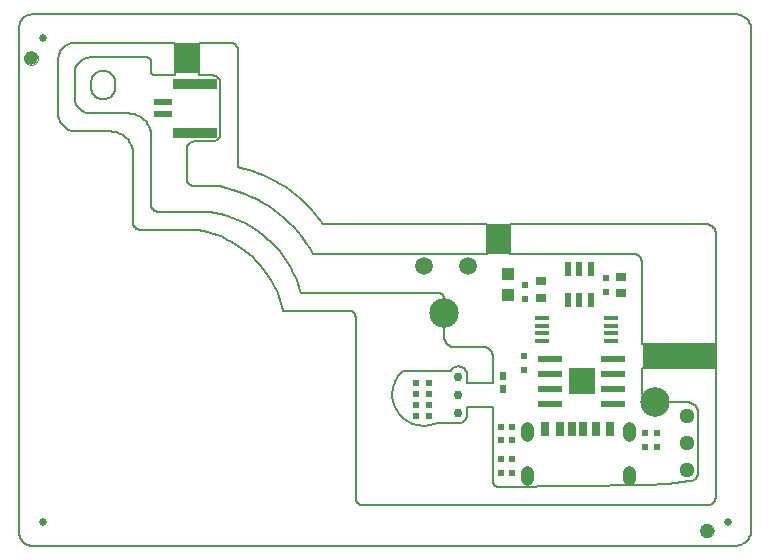
<source format=gts>
G75*
G70*
%OFA0B0*%
%FSLAX24Y24*%
%IPPOS*%
%LPD*%
%AMOC8*
5,1,8,0,0,1.08239X$1,22.5*
%
%ADD10C,0.0050*%
%ADD11R,0.0787X0.1041*%
%ADD12R,0.2450X0.0800*%
%ADD13R,0.0800X0.0985*%
%ADD14R,0.0433X0.0394*%
%ADD15R,0.0354X0.0250*%
%ADD16R,0.0197X0.0220*%
%ADD17R,0.0810X0.0240*%
%ADD18R,0.0900X0.0900*%
%ADD19R,0.0217X0.0472*%
%ADD20R,0.0472X0.0138*%
%ADD21R,0.0315X0.0472*%
%ADD22R,0.0250X0.0472*%
%ADD23C,0.0004*%
%ADD24C,0.0433*%
%ADD25R,0.0220X0.0197*%
%ADD26C,0.0300*%
%ADD27R,0.0600X0.0236*%
%ADD28R,0.1450X0.0350*%
%ADD29C,0.0250*%
%ADD30R,0.0197X0.0250*%
%ADD31C,0.0512*%
%ADD32C,0.0984*%
%ADD33C,0.0591*%
%ADD34C,0.0000*%
%ADD35C,0.0454*%
D10*
X000929Y000534D02*
X024328Y000534D01*
X024327Y000533D02*
X024374Y000530D01*
X024420Y000531D01*
X024466Y000536D01*
X024512Y000544D01*
X024556Y000557D01*
X024600Y000573D01*
X024642Y000592D01*
X024682Y000615D01*
X024720Y000641D01*
X024756Y000671D01*
X024790Y000703D01*
X024821Y000737D01*
X024848Y000775D01*
X024873Y000814D01*
X024894Y000855D01*
X024912Y000898D01*
X024926Y000942D01*
X024936Y000987D01*
X024943Y001033D01*
X024943Y001034D02*
X024943Y017752D01*
X024943Y017753D02*
X024936Y017798D01*
X024926Y017844D01*
X024911Y017888D01*
X024894Y017930D01*
X024872Y017971D01*
X024848Y018011D01*
X024820Y018048D01*
X024789Y018082D01*
X024756Y018114D01*
X024720Y018143D01*
X024682Y018170D01*
X024641Y018192D01*
X024599Y018212D01*
X024556Y018228D01*
X024511Y018240D01*
X024466Y018248D01*
X024420Y018253D01*
X024374Y018254D01*
X024327Y018251D01*
X024328Y018250D02*
X000929Y018250D01*
X000930Y018250D02*
X000889Y018243D01*
X000849Y018233D01*
X000809Y018219D01*
X000772Y018201D01*
X000736Y018180D01*
X000702Y018156D01*
X000671Y018129D01*
X000642Y018099D01*
X000616Y018066D01*
X000593Y018032D01*
X000574Y017995D01*
X000558Y017956D01*
X000546Y017917D01*
X000537Y017876D01*
X000532Y017835D01*
X000531Y017793D01*
X000534Y017752D01*
X000534Y001034D01*
X000531Y000993D01*
X000532Y000951D01*
X000537Y000910D01*
X000545Y000869D01*
X000558Y000829D01*
X000574Y000791D01*
X000593Y000754D01*
X000616Y000719D01*
X000642Y000686D01*
X000670Y000656D01*
X000702Y000629D01*
X000736Y000604D01*
X000772Y000583D01*
X000809Y000565D01*
X000848Y000551D01*
X000889Y000541D01*
X000930Y000534D01*
X009337Y008375D02*
X009294Y008543D01*
X009242Y008708D01*
X009183Y008870D01*
X009115Y009030D01*
X009040Y009186D01*
X008957Y009338D01*
X008867Y009486D01*
X008770Y009629D01*
X008666Y009767D01*
X008556Y009900D01*
X008439Y010028D01*
X008316Y010150D01*
X008187Y010266D01*
X008053Y010375D01*
X007913Y010477D01*
X007769Y010573D01*
X007620Y010662D01*
X007467Y010743D01*
X007311Y010816D01*
X007151Y010882D01*
X006987Y010940D01*
X006822Y010990D01*
X006654Y011032D01*
X006484Y011066D01*
X006484Y011065D02*
X004578Y011065D01*
X004548Y011067D01*
X004518Y011072D01*
X004489Y011081D01*
X004462Y011094D01*
X004436Y011109D01*
X004412Y011128D01*
X004391Y011149D01*
X004372Y011173D01*
X004357Y011199D01*
X004344Y011226D01*
X004335Y011255D01*
X004330Y011285D01*
X004328Y011315D01*
X004328Y013595D01*
X004326Y013649D01*
X004320Y013702D01*
X004311Y013754D01*
X004298Y013806D01*
X004281Y013857D01*
X004260Y013907D01*
X004236Y013954D01*
X004209Y014000D01*
X004178Y014044D01*
X004145Y014086D01*
X004108Y014125D01*
X004069Y014162D01*
X004027Y014195D01*
X003983Y014226D01*
X003937Y014253D01*
X003890Y014277D01*
X003840Y014298D01*
X003789Y014315D01*
X003737Y014328D01*
X003685Y014337D01*
X003632Y014343D01*
X003578Y014345D01*
X002387Y014345D01*
X002341Y014350D01*
X002296Y014359D01*
X002251Y014371D01*
X002207Y014386D01*
X002165Y014405D01*
X002124Y014428D01*
X002085Y014453D01*
X002048Y014481D01*
X002014Y014512D01*
X001982Y014546D01*
X001953Y014582D01*
X001927Y014621D01*
X001903Y014661D01*
X001884Y014703D01*
X001867Y014746D01*
X001854Y014791D01*
X001844Y014836D01*
X001838Y014882D01*
X001836Y014928D01*
X001837Y014975D01*
X001837Y016756D01*
X001839Y016801D01*
X001845Y016847D01*
X001854Y016891D01*
X001867Y016935D01*
X001883Y016977D01*
X001903Y017018D01*
X001927Y017057D01*
X001953Y017094D01*
X001982Y017129D01*
X002014Y017161D01*
X002049Y017190D01*
X002086Y017216D01*
X002125Y017240D01*
X002166Y017260D01*
X002208Y017276D01*
X002252Y017289D01*
X002296Y017298D01*
X002342Y017304D01*
X002387Y017306D01*
X005733Y017306D01*
X005733Y016215D01*
X005078Y016215D01*
X005055Y016217D01*
X005032Y016222D01*
X005010Y016231D01*
X004990Y016244D01*
X004972Y016259D01*
X004957Y016277D01*
X004944Y016297D01*
X004935Y016319D01*
X004930Y016342D01*
X004928Y016365D01*
X004928Y016665D01*
X004926Y016688D01*
X004921Y016711D01*
X004912Y016733D01*
X004899Y016753D01*
X004884Y016771D01*
X004866Y016786D01*
X004846Y016799D01*
X004824Y016808D01*
X004801Y016813D01*
X004778Y016815D01*
X002928Y016815D01*
X002883Y016813D01*
X002837Y016807D01*
X002793Y016798D01*
X002749Y016785D01*
X002707Y016769D01*
X002666Y016749D01*
X002627Y016725D01*
X002590Y016699D01*
X002555Y016670D01*
X002523Y016638D01*
X002494Y016603D01*
X002468Y016566D01*
X002444Y016527D01*
X002424Y016486D01*
X002408Y016444D01*
X002395Y016400D01*
X002386Y016356D01*
X002380Y016310D01*
X002378Y016265D01*
X002378Y015495D01*
X002380Y015450D01*
X002386Y015404D01*
X002395Y015360D01*
X002408Y015316D01*
X002424Y015274D01*
X002444Y015233D01*
X002468Y015194D01*
X002494Y015157D01*
X002523Y015122D01*
X002555Y015090D01*
X002590Y015061D01*
X002627Y015035D01*
X002666Y015011D01*
X002707Y014991D01*
X002749Y014975D01*
X002793Y014962D01*
X002837Y014953D01*
X002883Y014947D01*
X002928Y014945D01*
X004178Y014945D01*
X004232Y014943D01*
X004285Y014937D01*
X004337Y014928D01*
X004389Y014915D01*
X004440Y014898D01*
X004490Y014877D01*
X004537Y014853D01*
X004583Y014826D01*
X004627Y014795D01*
X004669Y014762D01*
X004708Y014725D01*
X004745Y014686D01*
X004778Y014644D01*
X004809Y014600D01*
X004836Y014554D01*
X004860Y014507D01*
X004881Y014457D01*
X004898Y014406D01*
X004911Y014354D01*
X004920Y014302D01*
X004926Y014249D01*
X004928Y014195D01*
X004928Y011915D01*
X004930Y011885D01*
X004935Y011855D01*
X004944Y011826D01*
X004957Y011799D01*
X004972Y011773D01*
X004991Y011749D01*
X005012Y011728D01*
X005036Y011709D01*
X005062Y011694D01*
X005089Y011681D01*
X005118Y011672D01*
X005148Y011667D01*
X005178Y011665D01*
X006878Y011665D01*
X007228Y012515D02*
X006378Y012515D01*
X006348Y012517D01*
X006318Y012522D01*
X006289Y012531D01*
X006262Y012544D01*
X006236Y012559D01*
X006212Y012578D01*
X006191Y012599D01*
X006172Y012623D01*
X006157Y012649D01*
X006144Y012676D01*
X006135Y012705D01*
X006130Y012735D01*
X006128Y012765D01*
X006128Y013765D01*
X006130Y013795D01*
X006135Y013825D01*
X006144Y013854D01*
X006157Y013881D01*
X006172Y013907D01*
X006191Y013931D01*
X006212Y013952D01*
X006236Y013971D01*
X006262Y013986D01*
X006289Y013999D01*
X006318Y014008D01*
X006348Y014013D01*
X006378Y014015D01*
X006978Y014015D01*
X007008Y014017D01*
X007038Y014022D01*
X007067Y014031D01*
X007094Y014044D01*
X007120Y014059D01*
X007144Y014078D01*
X007165Y014099D01*
X007184Y014123D01*
X007199Y014149D01*
X007212Y014176D01*
X007221Y014205D01*
X007226Y014235D01*
X007228Y014265D01*
X007228Y014604D01*
X007228Y014614D02*
X007228Y015648D01*
X007228Y015628D02*
X007228Y015965D01*
X007226Y015995D01*
X007221Y016025D01*
X007212Y016054D01*
X007199Y016081D01*
X007184Y016107D01*
X007165Y016131D01*
X007144Y016152D01*
X007120Y016171D01*
X007094Y016186D01*
X007067Y016199D01*
X007038Y016208D01*
X007008Y016213D01*
X006978Y016215D01*
X006521Y016215D01*
X006521Y017306D01*
X007568Y017306D01*
X007569Y017306D02*
X007599Y017304D01*
X007628Y017299D01*
X007657Y017291D01*
X007684Y017279D01*
X007710Y017263D01*
X007734Y017245D01*
X007755Y017224D01*
X007774Y017201D01*
X007790Y017175D01*
X007802Y017148D01*
X007811Y017119D01*
X007817Y017090D01*
X007819Y017060D01*
X007818Y017060D02*
X007818Y013156D01*
X010657Y011256D02*
X016120Y011256D01*
X016120Y010259D01*
X010328Y010259D01*
X009928Y008965D02*
X014478Y008965D01*
X014506Y008964D01*
X014533Y008960D01*
X014560Y008953D01*
X014585Y008942D01*
X014609Y008928D01*
X014630Y008911D01*
X014650Y008891D01*
X014666Y008869D01*
X014680Y008845D01*
X014690Y008819D01*
X014697Y008792D01*
X014700Y008765D01*
X014699Y008765D02*
X014699Y007521D01*
X014698Y007485D01*
X014701Y007450D01*
X014708Y007415D01*
X014718Y007381D01*
X014732Y007348D01*
X014749Y007316D01*
X014770Y007287D01*
X014793Y007260D01*
X014819Y007236D01*
X014847Y007214D01*
X014878Y007195D01*
X014910Y007180D01*
X014944Y007169D01*
X014979Y007160D01*
X015014Y007156D01*
X016009Y007156D01*
X016010Y007156D02*
X016042Y007155D01*
X016074Y007152D01*
X016106Y007144D01*
X016137Y007133D01*
X016166Y007119D01*
X016193Y007101D01*
X016219Y007081D01*
X016242Y007058D01*
X016262Y007032D01*
X016279Y007005D01*
X016293Y006975D01*
X016303Y006944D01*
X016310Y006913D01*
X016314Y006880D01*
X016314Y006881D02*
X016314Y005956D01*
X015468Y005956D01*
X015468Y006220D01*
X015466Y006253D01*
X015460Y006286D01*
X015450Y006318D01*
X015437Y006349D01*
X015421Y006378D01*
X015401Y006406D01*
X015378Y006430D01*
X015353Y006452D01*
X015325Y006471D01*
X015296Y006487D01*
X015264Y006499D01*
X015232Y006508D01*
X015199Y006513D01*
X015165Y006514D01*
X015132Y006511D01*
X015099Y006505D01*
X015067Y006495D01*
X015036Y006481D01*
X015007Y006464D01*
X014980Y006444D01*
X014956Y006421D01*
X014935Y006395D01*
X014916Y006367D01*
X014917Y006367D02*
X013342Y006367D01*
X013341Y006367D02*
X013294Y006325D01*
X013249Y006280D01*
X013208Y006232D01*
X013169Y006182D01*
X013133Y006129D01*
X013101Y006075D01*
X013072Y006018D01*
X013046Y005960D01*
X013024Y005901D01*
X013006Y005840D01*
X012991Y005778D01*
X012981Y005715D01*
X012974Y005652D01*
X012971Y005589D01*
X012972Y005525D01*
X012977Y005462D01*
X012986Y005399D01*
X012998Y005337D01*
X013015Y005276D01*
X013035Y005216D01*
X013058Y005157D01*
X013086Y005099D01*
X013116Y005044D01*
X013150Y004990D01*
X013188Y004939D01*
X013228Y004890D01*
X013271Y004844D01*
X013317Y004800D01*
X013366Y004759D01*
X013417Y004721D01*
X013470Y004687D01*
X013526Y004656D01*
X013583Y004628D01*
X013641Y004604D01*
X013701Y004583D01*
X013763Y004566D01*
X013825Y004553D01*
X013887Y004544D01*
X013951Y004539D01*
X014014Y004537D01*
X014078Y004539D01*
X014141Y004546D01*
X014203Y004556D01*
X014265Y004570D01*
X014326Y004587D01*
X014386Y004609D01*
X014444Y004634D01*
X015153Y004634D01*
X015186Y004633D01*
X015218Y004636D01*
X015250Y004642D01*
X015281Y004652D01*
X015311Y004665D01*
X015339Y004682D01*
X015365Y004701D01*
X015389Y004724D01*
X015410Y004749D01*
X015428Y004776D01*
X015443Y004805D01*
X015455Y004835D01*
X015463Y004867D01*
X015468Y004899D01*
X015468Y005167D01*
X016314Y005167D01*
X016314Y002729D01*
X016316Y002699D01*
X016321Y002669D01*
X016330Y002640D01*
X016343Y002613D01*
X016358Y002587D01*
X016377Y002563D01*
X016398Y002542D01*
X016422Y002523D01*
X016448Y002508D01*
X016475Y002495D01*
X016504Y002486D01*
X016534Y002481D01*
X016564Y002479D01*
X021424Y002565D01*
X022873Y002683D02*
X022906Y002685D01*
X022938Y002690D01*
X022970Y002699D01*
X023001Y002712D01*
X023029Y002728D01*
X023056Y002747D01*
X023081Y002769D01*
X023103Y002794D01*
X023122Y002821D01*
X023138Y002849D01*
X023151Y002880D01*
X023160Y002912D01*
X023165Y002944D01*
X023167Y002977D01*
X023167Y004915D01*
X023167Y004916D02*
X023168Y004952D01*
X023166Y004988D01*
X023160Y005024D01*
X023150Y005059D01*
X023137Y005094D01*
X023121Y005126D01*
X023102Y005157D01*
X023080Y005186D01*
X023055Y005213D01*
X023028Y005237D01*
X022998Y005258D01*
X022967Y005276D01*
X022933Y005291D01*
X022899Y005303D01*
X022863Y005311D01*
X022827Y005316D01*
X022828Y005315D02*
X021728Y005315D01*
X021689Y005314D01*
X021649Y005317D01*
X021611Y005324D01*
X021573Y005334D01*
X021536Y005348D01*
X021500Y005365D01*
X021467Y005386D01*
X021435Y005409D01*
X021406Y005435D01*
X021379Y005464D01*
X021355Y005495D01*
X021333Y005528D01*
X021315Y005563D01*
X021301Y005600D01*
X021290Y005637D01*
X021282Y005676D01*
X021278Y005715D01*
X021278Y006464D01*
X023758Y006464D01*
X023758Y002186D01*
X023756Y002153D01*
X023751Y002120D01*
X023742Y002088D01*
X023730Y002058D01*
X023714Y002028D01*
X023695Y002001D01*
X023673Y001976D01*
X023648Y001954D01*
X023621Y001935D01*
X023592Y001918D01*
X023562Y001905D01*
X023530Y001896D01*
X023497Y001890D01*
X023464Y001888D01*
X011983Y001888D01*
X011984Y001888D02*
X011954Y001891D01*
X011925Y001897D01*
X011897Y001907D01*
X011871Y001920D01*
X011846Y001936D01*
X011823Y001955D01*
X011803Y001977D01*
X011786Y002001D01*
X011771Y002027D01*
X011760Y002054D01*
X011752Y002083D01*
X011748Y002112D01*
X011747Y002141D01*
X011747Y002142D02*
X011747Y008175D01*
X011744Y008202D01*
X011737Y008229D01*
X011727Y008255D01*
X011713Y008279D01*
X011697Y008301D01*
X011677Y008321D01*
X011656Y008338D01*
X011632Y008352D01*
X011607Y008363D01*
X011580Y008370D01*
X011553Y008374D01*
X011525Y008375D01*
X009337Y008375D01*
X010657Y011256D02*
X010530Y011434D01*
X010394Y011605D01*
X010250Y011770D01*
X010099Y011928D01*
X009940Y012078D01*
X009774Y012221D01*
X009601Y012356D01*
X009422Y012482D01*
X009238Y012599D01*
X009047Y012707D01*
X008852Y012806D01*
X008653Y012896D01*
X008449Y012976D01*
X008242Y013046D01*
X008031Y013106D01*
X007818Y013156D01*
X003728Y015815D02*
X003728Y015965D01*
X003726Y016004D01*
X003720Y016043D01*
X003711Y016081D01*
X003698Y016118D01*
X003681Y016154D01*
X003661Y016187D01*
X003637Y016219D01*
X003611Y016248D01*
X003582Y016274D01*
X003550Y016298D01*
X003517Y016318D01*
X003481Y016335D01*
X003444Y016348D01*
X003406Y016357D01*
X003367Y016363D01*
X003328Y016365D01*
X003289Y016363D01*
X003250Y016357D01*
X003212Y016348D01*
X003175Y016335D01*
X003139Y016318D01*
X003106Y016298D01*
X003074Y016274D01*
X003045Y016248D01*
X003019Y016219D01*
X002995Y016187D01*
X002975Y016154D01*
X002958Y016118D01*
X002945Y016081D01*
X002936Y016043D01*
X002930Y016004D01*
X002928Y015965D01*
X002928Y015815D01*
X002930Y015776D01*
X002936Y015737D01*
X002945Y015699D01*
X002958Y015662D01*
X002975Y015626D01*
X002995Y015593D01*
X003019Y015561D01*
X003045Y015532D01*
X003074Y015506D01*
X003106Y015482D01*
X003139Y015462D01*
X003175Y015445D01*
X003212Y015432D01*
X003250Y015423D01*
X003289Y015417D01*
X003328Y015415D01*
X003367Y015417D01*
X003406Y015423D01*
X003444Y015432D01*
X003481Y015445D01*
X003517Y015462D01*
X003550Y015482D01*
X003582Y015506D01*
X003611Y015532D01*
X003637Y015561D01*
X003661Y015593D01*
X003681Y015626D01*
X003698Y015662D01*
X003711Y015699D01*
X003720Y015737D01*
X003726Y015776D01*
X003728Y015815D01*
X007228Y012515D02*
X007443Y012468D01*
X007655Y012410D01*
X007864Y012342D01*
X008070Y012264D01*
X008271Y012176D01*
X008469Y012079D01*
X008661Y011972D01*
X008847Y011856D01*
X009028Y011730D01*
X009203Y011597D01*
X009371Y011455D01*
X009532Y011305D01*
X009685Y011147D01*
X009831Y010983D01*
X009968Y010811D01*
X010097Y010633D01*
X010217Y010449D01*
X010328Y010259D01*
X009928Y008965D02*
X009877Y009137D01*
X009818Y009307D01*
X009751Y009474D01*
X009675Y009637D01*
X009592Y009797D01*
X009501Y009952D01*
X009403Y010102D01*
X009298Y010248D01*
X009185Y010388D01*
X009066Y010523D01*
X008941Y010652D01*
X008809Y010774D01*
X008671Y010890D01*
X008528Y010999D01*
X008380Y011101D01*
X008227Y011195D01*
X008070Y011282D01*
X007909Y011362D01*
X007744Y011433D01*
X007576Y011496D01*
X007404Y011551D01*
X007231Y011598D01*
X007055Y011636D01*
X006878Y011665D01*
X016908Y011256D02*
X016908Y010259D01*
X021028Y010259D01*
X021058Y010258D01*
X021087Y010253D01*
X021116Y010244D01*
X021143Y010232D01*
X021169Y010217D01*
X021192Y010199D01*
X021214Y010178D01*
X021232Y010155D01*
X021248Y010130D01*
X021261Y010103D01*
X021270Y010074D01*
X021276Y010045D01*
X021278Y010015D01*
X021278Y007252D01*
X023758Y007252D01*
X023758Y010915D01*
X023757Y010916D02*
X023756Y010951D01*
X023751Y010985D01*
X023742Y011019D01*
X023730Y011052D01*
X023715Y011084D01*
X023696Y011114D01*
X023674Y011141D01*
X023650Y011166D01*
X023623Y011189D01*
X023594Y011208D01*
X023563Y011225D01*
X023531Y011238D01*
X023497Y011248D01*
X023462Y011254D01*
X023427Y011256D01*
X023428Y011256D02*
X016908Y011256D01*
X021424Y002565D02*
X022150Y002608D01*
X022873Y002683D01*
D11*
X006127Y016785D03*
D12*
X022559Y006856D03*
D13*
X016514Y010756D03*
D14*
X016839Y009588D03*
X016839Y008879D03*
D15*
X017939Y008810D03*
X017939Y009357D03*
X020610Y009507D03*
X020610Y008960D03*
D16*
X020093Y009010D03*
X020093Y009457D03*
X017409Y009217D03*
X017409Y008770D03*
X017360Y006852D03*
X017360Y006405D03*
X016960Y004508D03*
X016600Y004508D03*
X016600Y004061D03*
X016960Y004061D03*
X016960Y003415D03*
X016600Y003415D03*
X016600Y002968D03*
X016960Y002968D03*
X021410Y003842D03*
X021796Y003842D03*
X021796Y004289D03*
X021410Y004289D03*
D17*
X020340Y005262D03*
X020340Y005762D03*
X020340Y006262D03*
X020340Y006762D03*
X018220Y006762D03*
X018220Y006262D03*
X018220Y005762D03*
X018220Y005262D03*
D18*
X019280Y006012D03*
D19*
X019210Y008722D03*
X019584Y008722D03*
X018836Y008722D03*
X018836Y009746D03*
X019210Y009746D03*
X019584Y009746D03*
D20*
X020262Y008133D03*
X020262Y007877D03*
X020262Y007621D03*
X020262Y007365D03*
X017959Y007365D03*
X017959Y007621D03*
X017959Y007877D03*
X017959Y008133D03*
D21*
X018064Y004411D03*
X018548Y004411D03*
X019745Y004411D03*
X020229Y004411D03*
D22*
X019343Y004411D03*
X018950Y004411D03*
D23*
X017554Y004483D02*
X017554Y004238D01*
X017552Y004218D01*
X017547Y004199D01*
X017538Y004181D01*
X017526Y004165D01*
X017511Y004152D01*
X017494Y004141D01*
X017476Y004134D01*
X017456Y004130D01*
X017436Y004130D01*
X017416Y004134D01*
X017398Y004141D01*
X017381Y004152D01*
X017366Y004165D01*
X017354Y004181D01*
X017345Y004199D01*
X017340Y004218D01*
X017338Y004238D01*
X017338Y004483D01*
X017340Y004503D01*
X017345Y004522D01*
X017354Y004540D01*
X017366Y004556D01*
X017381Y004569D01*
X017398Y004580D01*
X017416Y004587D01*
X017436Y004591D01*
X017456Y004591D01*
X017476Y004587D01*
X017494Y004580D01*
X017511Y004569D01*
X017526Y004556D01*
X017538Y004540D01*
X017547Y004522D01*
X017552Y004503D01*
X017554Y004483D01*
X017554Y002986D02*
X017554Y002742D01*
X017552Y002722D01*
X017547Y002703D01*
X017538Y002685D01*
X017526Y002669D01*
X017511Y002656D01*
X017494Y002645D01*
X017476Y002638D01*
X017456Y002634D01*
X017436Y002634D01*
X017416Y002638D01*
X017398Y002645D01*
X017381Y002656D01*
X017366Y002669D01*
X017354Y002685D01*
X017345Y002703D01*
X017340Y002722D01*
X017338Y002742D01*
X017338Y002986D01*
X017340Y003006D01*
X017345Y003025D01*
X017354Y003043D01*
X017366Y003059D01*
X017381Y003072D01*
X017398Y003083D01*
X017416Y003090D01*
X017436Y003094D01*
X017456Y003094D01*
X017476Y003090D01*
X017494Y003083D01*
X017511Y003072D01*
X017526Y003059D01*
X017538Y003043D01*
X017547Y003025D01*
X017552Y003006D01*
X017554Y002986D01*
X020739Y002986D02*
X020739Y002742D01*
X020741Y002722D01*
X020746Y002703D01*
X020755Y002685D01*
X020767Y002669D01*
X020782Y002656D01*
X020799Y002645D01*
X020817Y002638D01*
X020837Y002634D01*
X020857Y002634D01*
X020877Y002638D01*
X020895Y002645D01*
X020912Y002656D01*
X020927Y002669D01*
X020939Y002685D01*
X020948Y002703D01*
X020953Y002722D01*
X020955Y002742D01*
X020956Y002742D02*
X020956Y002986D01*
X020955Y002986D02*
X020953Y003006D01*
X020948Y003025D01*
X020939Y003043D01*
X020927Y003059D01*
X020912Y003072D01*
X020895Y003083D01*
X020877Y003090D01*
X020857Y003094D01*
X020837Y003094D01*
X020817Y003090D01*
X020799Y003083D01*
X020782Y003072D01*
X020767Y003059D01*
X020755Y003043D01*
X020746Y003025D01*
X020741Y003006D01*
X020739Y002986D01*
X020739Y004238D02*
X020739Y004483D01*
X020741Y004503D01*
X020746Y004522D01*
X020755Y004540D01*
X020767Y004556D01*
X020782Y004569D01*
X020799Y004580D01*
X020817Y004587D01*
X020837Y004591D01*
X020857Y004591D01*
X020877Y004587D01*
X020895Y004580D01*
X020912Y004569D01*
X020927Y004556D01*
X020939Y004540D01*
X020948Y004522D01*
X020953Y004503D01*
X020955Y004483D01*
X020956Y004483D02*
X020956Y004238D01*
X020955Y004238D02*
X020953Y004218D01*
X020948Y004199D01*
X020939Y004181D01*
X020927Y004165D01*
X020912Y004152D01*
X020895Y004141D01*
X020877Y004134D01*
X020857Y004130D01*
X020837Y004130D01*
X020817Y004134D01*
X020799Y004141D01*
X020782Y004152D01*
X020767Y004165D01*
X020755Y004181D01*
X020746Y004199D01*
X020741Y004218D01*
X020739Y004238D01*
D24*
X020847Y004477D02*
X020847Y004477D01*
X020847Y004241D01*
X020847Y004241D01*
X020847Y004477D01*
X020847Y002980D02*
X020847Y002980D01*
X020847Y002744D01*
X020847Y002744D01*
X020847Y002980D01*
X017446Y002980D02*
X017446Y002980D01*
X017446Y002744D01*
X017446Y002744D01*
X017446Y002980D01*
X017446Y004477D02*
X017446Y004477D01*
X017446Y004241D01*
X017446Y004241D01*
X017446Y004477D01*
D25*
X014191Y004877D03*
X014191Y005237D03*
X014191Y005597D03*
X014191Y005957D03*
X013745Y005957D03*
X013745Y005597D03*
X013745Y005237D03*
X013745Y004877D03*
D26*
X015168Y004947D03*
X015168Y005547D03*
X015168Y006147D03*
D27*
X005334Y014918D03*
X005334Y015312D03*
D28*
X006378Y015924D03*
X006378Y014307D03*
D29*
X001321Y017463D03*
X001321Y001321D03*
X024156Y001321D03*
D30*
X016660Y005744D03*
X016660Y006184D03*
D31*
X022810Y004866D03*
X022810Y003966D03*
X022810Y003066D03*
D32*
X021725Y005319D03*
X014710Y008279D03*
D33*
X014040Y009846D03*
X015490Y009846D03*
D34*
X023229Y001042D02*
X023231Y001072D01*
X023237Y001101D01*
X023246Y001129D01*
X023259Y001155D01*
X023276Y001180D01*
X023295Y001203D01*
X023318Y001222D01*
X023342Y001239D01*
X023369Y001252D01*
X023397Y001261D01*
X023426Y001267D01*
X023456Y001269D01*
X023486Y001267D01*
X023515Y001261D01*
X023543Y001252D01*
X023569Y001239D01*
X023594Y001222D01*
X023617Y001203D01*
X023636Y001180D01*
X023653Y001156D01*
X023666Y001129D01*
X023675Y001101D01*
X023681Y001072D01*
X023683Y001042D01*
X023681Y001012D01*
X023675Y000983D01*
X023666Y000955D01*
X023653Y000929D01*
X023636Y000904D01*
X023617Y000881D01*
X023594Y000862D01*
X023570Y000845D01*
X023543Y000832D01*
X023515Y000823D01*
X023486Y000817D01*
X023456Y000815D01*
X023426Y000817D01*
X023397Y000823D01*
X023369Y000832D01*
X023343Y000845D01*
X023318Y000862D01*
X023295Y000881D01*
X023276Y000904D01*
X023259Y000928D01*
X023246Y000955D01*
X023237Y000983D01*
X023231Y001012D01*
X023229Y001042D01*
X000700Y016790D02*
X000702Y016820D01*
X000708Y016849D01*
X000717Y016877D01*
X000730Y016903D01*
X000747Y016928D01*
X000766Y016951D01*
X000789Y016970D01*
X000813Y016987D01*
X000840Y017000D01*
X000868Y017009D01*
X000897Y017015D01*
X000927Y017017D01*
X000957Y017015D01*
X000986Y017009D01*
X001014Y017000D01*
X001040Y016987D01*
X001065Y016970D01*
X001088Y016951D01*
X001107Y016928D01*
X001124Y016904D01*
X001137Y016877D01*
X001146Y016849D01*
X001152Y016820D01*
X001154Y016790D01*
X001152Y016760D01*
X001146Y016731D01*
X001137Y016703D01*
X001124Y016677D01*
X001107Y016652D01*
X001088Y016629D01*
X001065Y016610D01*
X001041Y016593D01*
X001014Y016580D01*
X000986Y016571D01*
X000957Y016565D01*
X000927Y016563D01*
X000897Y016565D01*
X000868Y016571D01*
X000840Y016580D01*
X000814Y016593D01*
X000789Y016610D01*
X000766Y016629D01*
X000747Y016652D01*
X000730Y016676D01*
X000717Y016703D01*
X000708Y016731D01*
X000702Y016760D01*
X000700Y016790D01*
D35*
X000927Y016790D03*
X023456Y001042D03*
M02*

</source>
